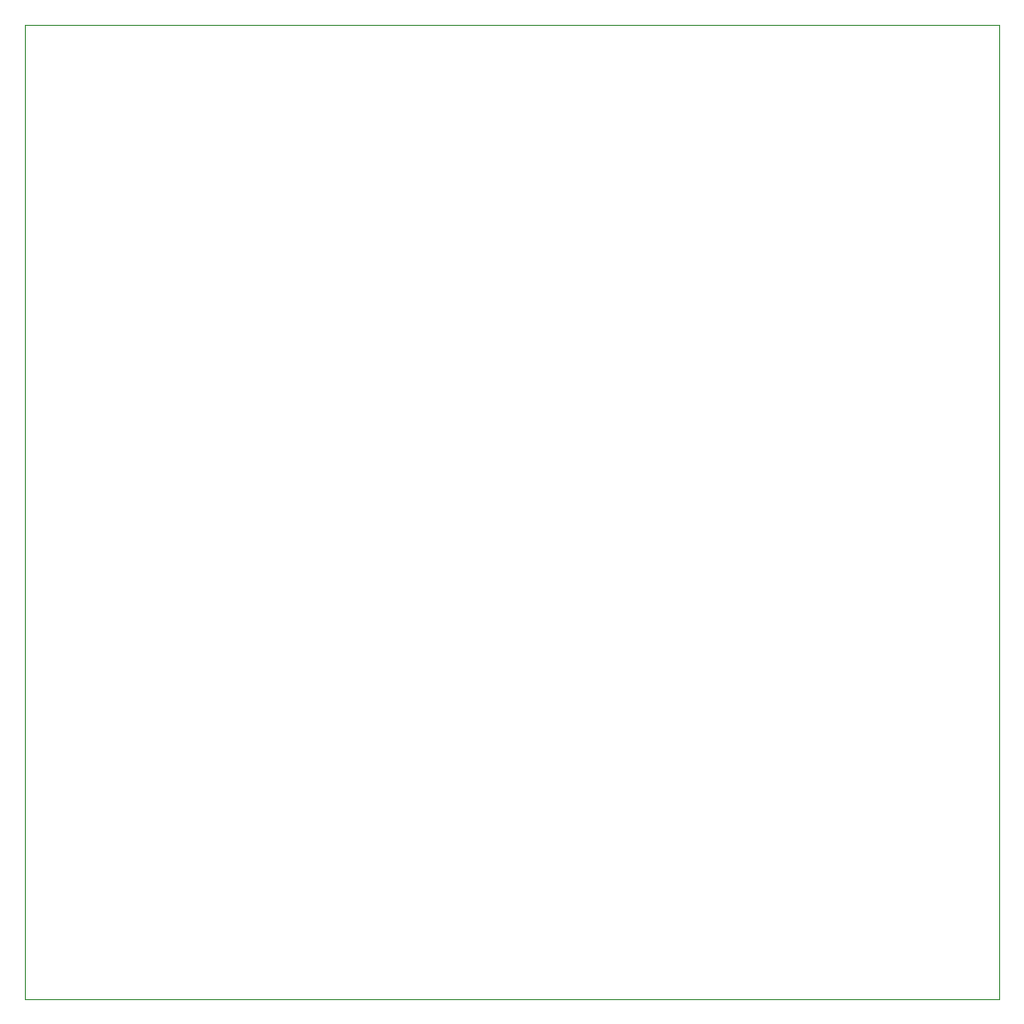
<source format=gm1>
G04 #@! TF.GenerationSoftware,KiCad,Pcbnew,(5.1.5)-3*
G04 #@! TF.CreationDate,2020-03-12T17:34:13-07:00*
G04 #@! TF.ProjectId,siplace_feeder_controller,7369706c-6163-4655-9f66-65656465725f,rev?*
G04 #@! TF.SameCoordinates,Original*
G04 #@! TF.FileFunction,Profile,NP*
%FSLAX46Y46*%
G04 Gerber Fmt 4.6, Leading zero omitted, Abs format (unit mm)*
G04 Created by KiCad (PCBNEW (5.1.5)-3) date 2020-03-12 17:34:13*
%MOMM*%
%LPD*%
G04 APERTURE LIST*
%ADD10C,0.050000*%
G04 APERTURE END LIST*
D10*
X149000000Y-61000000D02*
X66000000Y-61000000D01*
X149000000Y-144000000D02*
X149000000Y-61000000D01*
X66000000Y-144000000D02*
X149000000Y-144000000D01*
X66000000Y-61000000D02*
X66000000Y-144000000D01*
M02*

</source>
